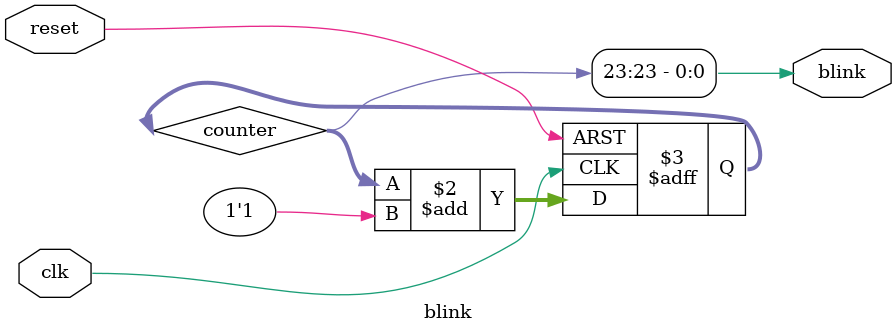
<source format=v>
module blink #(parameter BITS = 24)
(
  input clk,
  input reset,
  output blink
);

  reg [BITS-1:0] counter;

  always @(posedge clk or posedge reset)
  begin
    if (reset)
      counter <= {BITS{1'b0}};
    else
      counter <= counter + 1'b1;
  end

  assign blink = counter[BITS-1];

endmodule

</source>
